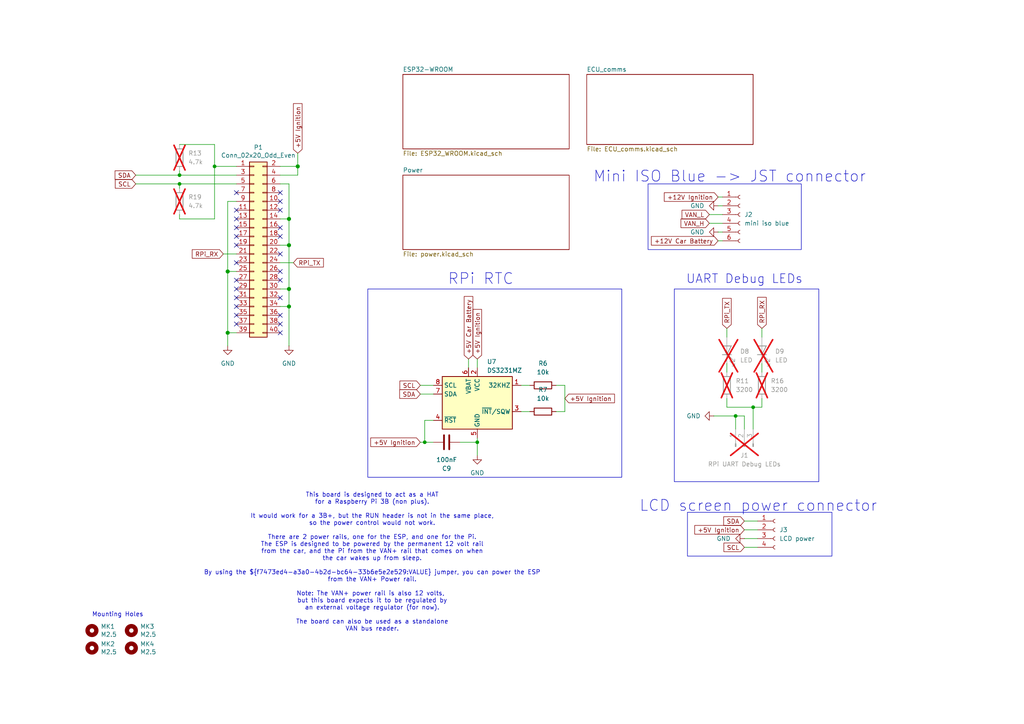
<source format=kicad_sch>
(kicad_sch (version 20250114) (generator "eeschema") (generator_version "9.0")
  (paper "A4")
  (lib_symbols
    (symbol "Connector:Conn_01x03_Pin" (pin_names (offset 1.016) (hide yes))
      (property "Reference" "J" (at 0 5.08 0))
      (property "Value" "Conn_01x03_Pin" (at 0 -5.08 0))
      (symbol "Conn_01x03_Pin_1_1"
        (rectangle (start 0.8636 2.667) (end 0 2.413) (stroke (width 0.1524)) (fill (type outline)))
        (rectangle (start 0.8636 0.127) (end 0 -0.127) (stroke (width 0.1524)) (fill (type outline)))
        (rectangle (start 0.8636 -2.413) (end 0 -2.667) (stroke (width 0.1524)) (fill (type outline)))
        (polyline (pts (xy 1.27 2.54) (xy 0.8636 2.54)) (stroke (width 0.1524)))
        (polyline (pts (xy 1.27 0) (xy 0.8636 0)) (stroke (width 0.1524)))
        (polyline (pts (xy 1.27 -2.54) (xy 0.8636 -2.54)) (stroke (width 0.1524)))
        (pin passive line (at 5.08 2.54 180) (length 3.81) (name "Pin_1") (number "1"))
        (pin passive line (at 5.08 0 180) (length 3.81) (name "Pin_2") (number "2"))
        (pin passive line (at 5.08 -2.54 180) (length 3.81) (name "Pin_3") (number "3"))
      )
    )
    (symbol "Connector:Conn_01x04_Socket" (pin_names (offset 1.016) (hide yes))
      (property "Reference" "J" (at 0 5.08 0))
      (property "Value" "Conn_01x04_Socket" (at 0 -7.62 0))
      (symbol "Conn_01x04_Socket_1_1"
        (polyline (pts (xy -1.27 2.54) (xy -0.508 2.54)) (stroke (width 0.1524)))
        (polyline (pts (xy -1.27 0) (xy -0.508 0)) (stroke (width 0.1524)))
        (polyline (pts (xy -1.27 -2.54) (xy -0.508 -2.54)) (stroke (width 0.1524)))
        (polyline (pts (xy -1.27 -5.08) (xy -0.508 -5.08)) (stroke (width 0.1524)))
        (arc (start 0 2.032) (mid -0.5058 2.54) (end 0 3.048) (stroke (width 0.1524)))
        (arc (start 0 -0.508) (mid -0.5058 0) (end 0 0.508) (stroke (width 0.1524)))
        (arc (start 0 -3.048) (mid -0.5058 -2.54) (end 0 -2.032) (stroke (width 0.1524)))
        (arc (start 0 -5.588) (mid -0.5058 -5.08) (end 0 -4.572) (stroke (width 0.1524)))
        (pin passive line (at -5.08 2.54 0) (length 3.81) (name "Pin_1") (number "1"))
        (pin passive line (at -5.08 0 0) (length 3.81) (name "Pin_2") (number "2"))
        (pin passive line (at -5.08 -2.54 0) (length 3.81) (name "Pin_3") (number "3"))
        (pin passive line (at -5.08 -5.08 0) (length 3.81) (name "Pin_4") (number "4"))
      )
    )
    (symbol "Connector:Conn_01x06_Socket" (pin_names (offset 1.016) (hide yes))
      (property "Reference" "J" (at 0 7.62 0))
      (property "Value" "Conn_01x06_Socket" (at 0 -10.16 0))
      (symbol "Conn_01x06_Socket_1_1"
        (polyline (pts (xy -1.27 5.08) (xy -0.508 5.08)) (stroke (width 0.1524)))
        (polyline (pts (xy -1.27 2.54) (xy -0.508 2.54)) (stroke (width 0.1524)))
        (polyline (pts (xy -1.27 0) (xy -0.508 0)) (stroke (width 0.1524)))
        (polyline (pts (xy -1.27 -2.54) (xy -0.508 -2.54)) (stroke (width 0.1524)))
        (polyline (pts (xy -1.27 -5.08) (xy -0.508 -5.08)) (stroke (width 0.1524)))
        (polyline (pts (xy -1.27 -7.62) (xy -0.508 -7.62)) (stroke (width 0.1524)))
        (arc (start 0 4.572) (mid -0.5058 5.08) (end 0 5.588) (stroke (width 0.1524)))
        (arc (start 0 2.032) (mid -0.5058 2.54) (end 0 3.048) (stroke (width 0.1524)))
        (arc (start 0 -0.508) (mid -0.5058 0) (end 0 0.508) (stroke (width 0.1524)))
        (arc (start 0 -3.048) (mid -0.5058 -2.54) (end 0 -2.032) (stroke (width 0.1524)))
        (arc (start 0 -5.588) (mid -0.5058 -5.08) (end 0 -4.572) (stroke (width 0.1524)))
        (arc (start 0 -8.128) (mid -0.5058 -7.62) (end 0 -7.112) (stroke (width 0.1524)))
        (pin passive line (at -5.08 5.08 0) (length 3.81) (name "Pin_1") (number "1"))
        (pin passive line (at -5.08 2.54 0) (length 3.81) (name "Pin_2") (number "2"))
        (pin passive line (at -5.08 0 0) (length 3.81) (name "Pin_3") (number "3"))
        (pin passive line (at -5.08 -2.54 0) (length 3.81) (name "Pin_4") (number "4"))
        (pin passive line (at -5.08 -5.08 0) (length 3.81) (name "Pin_5") (number "5"))
        (pin passive line (at -5.08 -7.62 0) (length 3.81) (name "Pin_6") (number "6"))
      )
    )
    (symbol "Connector_Generic:Conn_02x20_Odd_Even" (pin_names (offset 1.016) (hide yes))
      (property "Reference" "J" (at 1.27 25.4 0))
      (property "Value" "Conn_02x20_Odd_Even" (at 1.27 -27.94 0))
      (symbol "Conn_02x20_Odd_Even_1_1"
        (rectangle (start -1.27 24.13) (end 3.81 -26.67) (stroke (width 0.254)) (fill (type background)))
        (rectangle (start -1.27 22.987) (end 0 22.733) (stroke (width 0.1524)))
        (rectangle (start -1.27 20.447) (end 0 20.193) (stroke (width 0.1524)))
        (rectangle (start -1.27 17.907) (end 0 17.653) (stroke (width 0.1524)))
        (rectangle (start -1.27 15.367) (end 0 15.113) (stroke (width 0.1524)))
        (rectangle (start -1.27 12.827) (end 0 12.573) (stroke (width 0.1524)))
        (rectangle (start -1.27 10.287) (end 0 10.033) (stroke (width 0.1524)))
        (rectangle (start -1.27 7.747) (end 0 7.493) (stroke (width 0.1524)))
        (rectangle (start -1.27 5.207) (end 0 4.953) (stroke (width 0.1524)))
        (rectangle (start -1.27 2.667) (end 0 2.413) (stroke (width 0.1524)))
        (rectangle (start -1.27 0.127) (end 0 -0.127) (stroke (width 0.1524)))
        (rectangle (start -1.27 -2.413) (end 0 -2.667) (stroke (width 0.1524)))
        (rectangle (start -1.27 -4.953) (end 0 -5.207) (stroke (width 0.1524)))
        (rectangle (start -1.27 -7.493) (end 0 -7.747) (stroke (width 0.1524)))
        (rectangle (start -1.27 -10.033) (end 0 -10.287) (stroke (width 0.1524)))
        (rectangle (start -1.27 -12.573) (end 0 -12.827) (stroke (width 0.1524)))
        (rectangle (start -1.27 -15.113) (end 0 -15.367) (stroke (width 0.1524)))
        (rectangle (start -1.27 -17.653) (end 0 -17.907) (stroke (width 0.1524)))
        (rectangle (start -1.27 -20.193) (end 0 -20.447) (stroke (width 0.1524)))
        (rectangle (start -1.27 -22.733) (end 0 -22.987) (stroke (width 0.1524)))
        (rectangle (start -1.27 -25.273) (end 0 -25.527) (stroke (width 0.1524)))
        (rectangle (start 3.81 22.987) (end 2.54 22.733) (stroke (width 0.1524)))
        (rectangle (start 3.81 20.447) (end 2.54 20.193) (stroke (width 0.1524)))
        (rectangle (start 3.81 17.907) (end 2.54 17.653) (stroke (width 0.1524)))
        (rectangle (start 3.81 15.367) (end 2.54 15.113) (stroke (width 0.1524)))
        (rectangle (start 3.81 12.827) (end 2.54 12.573) (stroke (width 0.1524)))
        (rectangle (start 3.81 10.287) (end 2.54 10.033) (stroke (width 0.1524)))
        (rectangle (start 3.81 7.747) (end 2.54 7.493) (stroke (width 0.1524)))
        (rectangle (start 3.81 5.207) (end 2.54 4.953) (stroke (width 0.1524)))
        (rectangle (start 3.81 2.667) (end 2.54 2.413) (stroke (width 0.1524)))
        (rectangle (start 3.81 0.127) (end 2.54 -0.127) (stroke (width 0.1524)))
        (rectangle (start 3.81 -2.413) (end 2.54 -2.667) (stroke (width 0.1524)))
        (rectangle (start 3.81 -4.953) (end 2.54 -5.207) (stroke (width 0.1524)))
        (rectangle (start 3.81 -7.493) (end 2.54 -7.747) (stroke (width 0.1524)))
        (rectangle (start 3.81 -10.033) (end 2.54 -10.287) (stroke (width 0.1524)))
        (rectangle (start 3.81 -12.573) (end 2.54 -12.827) (stroke (width 0.1524)))
        (rectangle (start 3.81 -15.113) (end 2.54 -15.367) (stroke (width 0.1524)))
        (rectangle (start 3.81 -17.653) (end 2.54 -17.907) (stroke (width 0.1524)))
        (rectangle (start 3.81 -20.193) (end 2.54 -20.447) (stroke (width 0.1524)))
        (rectangle (start 3.81 -22.733) (end 2.54 -22.987) (stroke (width 0.1524)))
        (rectangle (start 3.81 -25.273) (end 2.54 -25.527) (stroke (width 0.1524)))
        (pin passive line (at -5.08 22.86 0) (length 3.81) (name "Pin_1") (number "1"))
        (pin passive line (at -5.08 20.32 0) (length 3.81) (name "Pin_3") (number "3"))
        (pin passive line (at -5.08 17.78 0) (length 3.81) (name "Pin_5") (number "5"))
        (pin passive line (at -5.08 15.24 0) (length 3.81) (name "Pin_7") (number "7"))
        (pin passive line (at -5.08 12.7 0) (length 3.81) (name "Pin_9") (number "9"))
        (pin passive line (at -5.08 10.16 0) (length 3.81) (name "Pin_11") (number "11"))
        (pin passive line (at -5.08 7.62 0) (length 3.81) (name "Pin_13") (number "13"))
        (pin passive line (at -5.08 5.08 0) (length 3.81) (name "Pin_15") (number "15"))
        (pin passive line (at -5.08 2.54 0) (length 3.81) (name "Pin_17") (number "17"))
        (pin passive line (at -5.08 0 0) (length 3.81) (name "Pin_19") (number "19"))
        (pin passive line (at -5.08 -2.54 0) (length 3.81) (name "Pin_21") (number "21"))
        (pin passive line (at -5.08 -5.08 0) (length 3.81) (name "Pin_23") (number "23"))
        (pin passive line (at -5.08 -7.62 0) (length 3.81) (name "Pin_25") (number "25"))
        (pin passive line (at -5.08 -10.16 0) (length 3.81) (name "Pin_27") (number "27"))
        (pin passive line (at -5.08 -12.7 0) (length 3.81) (name "Pin_29") (number "29"))
        (pin passive line (at -5.08 -15.24 0) (length 3.81) (name "Pin_31") (number "31"))
        (pin passive line (at -5.08 -17.78 0) (length 3.81) (name "Pin_33") (number "33"))
        (pin passive line (at -5.08 -20.32 0) (length 3.81) (name "Pin_35") (number "35"))
        (pin passive line (at -5.08 -22.86 0) (length 3.81) (name "Pin_37") (number "37"))
        (pin passive line (at -5.08 -25.4 0) (length 3.81) (name "Pin_39") (number "39"))
        (pin passive line (at 7.62 22.86 180) (length 3.81) (name "Pin_2") (number "2"))
        (pin passive line (at 7.62 20.32 180) (length 3.81) (name "Pin_4") (number "4"))
        (pin passive line (at 7.62 17.78 180) (length 3.81) (name "Pin_6") (number "6"))
        (pin passive line (at 7.62 15.24 180) (length 3.81) (name "Pin_8") (number "8"))
        (pin passive line (at 7.62 12.7 180) (length 3.81) (name "Pin_10") (number "10"))
        (pin passive line (at 7.62 10.16 180) (length 3.81) (name "Pin_12") (number "12"))
        (pin passive line (at 7.62 7.62 180) (length 3.81) (name "Pin_14") (number "14"))
        (pin passive line (at 7.62 5.08 180) (length 3.81) (name "Pin_16") (number "16"))
        (pin passive line (at 7.62 2.54 180) (length 3.81) (name "Pin_18") (number "18"))
        (pin passive line (at 7.62 0 180) (length 3.81) (name "Pin_20") (number "20"))
        (pin passive line (at 7.62 -2.54 180) (length 3.81) (name "Pin_22") (number "22"))
        (pin passive line (at 7.62 -5.08 180) (length 3.81) (name "Pin_24") (number "24"))
        (pin passive line (at 7.62 -7.62 180) (length 3.81) (name "Pin_26") (number "26"))
        (pin passive line (at 7.62 -10.16 180) (length 3.81) (name "Pin_28") (number "28"))
        (pin passive line (at 7.62 -12.7 180) (length 3.81) (name "Pin_30") (number "30"))
        (pin passive line (at 7.62 -15.24 180) (length 3.81) (name "Pin_32") (number "32"))
        (pin passive line (at 7.62 -17.78 180) (length 3.81) (name "Pin_34") (number "34"))
        (pin passive line (at 7.62 -20.32 180) (length 3.81) (name "Pin_36") (number "36"))
        (pin passive line (at 7.62 -22.86 180) (length 3.81) (name "Pin_38") (number "38"))
        (pin passive line (at 7.62 -25.4 180) (length 3.81) (name "Pin_40") (number "40"))
      )
    )
    (symbol "Device:C" (pin_numbers (hide yes)) (pin_names (offset 0.254))
      (property "Reference" "C" (at 0.635 2.54 0))
      (property "Value" "C" (at 0.635 -2.54 0))
      (symbol "C_0_1"
        (polyline (pts (xy -2.032 0.762) (xy 2.032 0.762)) (stroke (width 0.508)))
        (polyline (pts (xy -2.032 -0.762) (xy 2.032 -0.762)) (stroke (width 0.508)))
      )
      (symbol "C_1_1"
        (pin passive line (at 0 3.81 270) (length 2.794) (name "~") (number "1"))
        (pin passive line (at 0 -3.81 90) (length 2.794) (name "~") (number "2"))
      )
    )
    (symbol "Device:LED" (pin_numbers (hide yes)) (pin_names (offset 1.016) (hide yes))
      (property "Reference" "D" (at 0 2.54 0))
      (property "Value" "LED" (at 0 -2.54 0))
      (symbol "LED_0_1"
        (polyline (pts (xy -3.048 -0.762) (xy -4.572 -2.286) (xy -3.81 -2.286) (xy -4.572 -2.286) (xy -4.572 -1.524)))
        (polyline (pts (xy -1.778 -0.762) (xy -3.302 -2.286) (xy -2.54 -2.286) (xy -3.302 -2.286) (xy -3.302 -1.524)))
        (polyline (pts (xy -1.27 0) (xy 1.27 0)))
        (polyline (pts (xy -1.27 -1.27) (xy -1.27 1.27)) (stroke (width 0.254)))
        (polyline (pts (xy 1.27 -1.27) (xy 1.27 1.27) (xy -1.27 0) (xy 1.27 -1.27)) (stroke (width 0.254)))
      )
      (symbol "LED_1_1"
        (pin passive line (at -3.81 0 0) (length 2.54) (name "K") (number "1"))
        (pin passive line (at 3.81 0 180) (length 2.54) (name "A") (number "2"))
      )
    )
    (symbol "Device:R" (pin_numbers (hide yes)) (pin_names (offset 0))
      (property "Reference" "R" (at 2.032 0 90))
      (property "Value" "R" (at 0 0 90))
      (symbol "R_0_1"
        (rectangle (start -1.016 -2.54) (end 1.016 2.54) (stroke (width 0.254)))
      )
      (symbol "R_1_1"
        (pin passive line (at 0 3.81 270) (length 1.27) (name "~") (number "1"))
        (pin passive line (at 0 -3.81 90) (length 1.27) (name "~") (number "2"))
      )
    )
    (symbol "Mechanical:MountingHole" (pin_names (offset 1.016))
      (property "Reference" "H" (at 0 5.08 0))
      (property "Value" "MountingHole" (at 0 3.175 0))
      (symbol "MountingHole_0_1"
        (circle (center 0 0) (radius 1.27) (stroke (width 1.27)))
      )
    )
    (symbol "Timer_RTC:DS3231MZ"
      (property "Reference" "U" (at -7.62 8.89 0))
      (property "Value" "DS3231MZ" (at 11.43 8.89 0))
      (symbol "DS3231MZ_0_1"
        (rectangle (start -10.16 7.62) (end 10.16 -7.62) (stroke (width 0.254)) (fill (type background)))
      )
      (symbol "DS3231MZ_1_1"
        (pin input line (at -12.7 5.08 0) (length 2.54) (name "SCL") (number "8"))
        (pin bidirectional line (at -12.7 2.54 0) (length 2.54) (name "SDA") (number "7"))
        (pin bidirectional line (at -12.7 -5.08 0) (length 2.54) (name "~{RST}") (number "4"))
        (pin power_in line (at -2.54 10.16 270) (length 2.54) (name "VBAT") (number "6"))
        (pin power_in line (at 0 10.16 270) (length 2.54) (name "VCC") (number "2"))
        (pin power_in line (at 0 -10.16 90) (length 2.54) (name "GND") (number "5"))
        (pin open_collector line (at 12.7 5.08 180) (length 2.54) (name "32KHZ") (number "1"))
        (pin open_collector line (at 12.7 -2.54 180) (length 2.54) (name "~{INT}/SQW") (number "3"))
      )
    )
    (symbol "power:GND" (power) (pin_numbers (hide yes)) (pin_names (offset 0) (hide yes))
      (property "Value" "GND" (at 0 -3.81 0))
      (symbol "GND_0_1"
        (polyline (pts (xy 0 0) (xy 0 -1.27) (xy 1.27 -1.27) (xy 0 -2.54) (xy -1.27 -1.27) (xy 0 -1.27)))
      )
      (symbol "GND_1_1"
        (pin power_in line (at 0 0 270) (length 0) (name "~") (number "1"))
      )
    )
  )
  (rectangle (start 195.58 83.82) (end 237.49 139.7))
  (rectangle (start 106.68 83.82) (end 180.34 138.43))
  (rectangle (start 199.39 148.59) (end 241.3 161.29))
  (rectangle (start 187.96 53.34) (end 232.41 72.39))
  (text "UART Debug LEDs" (at 215.9 81.026 0) (effects (font (size 2.54 2.54))))
  (text "LCD screen power connector\n" (at 219.964 146.812 0) (effects (font (size 3.175 3.175))))
  (text "Mini ISO Blue -> JST connector " (at 212.852 51.308 0) (effects (font (size 3.175 3.175))))
  (text "Mounting Holes" (at 26.67 179.07 0) (effects (font (size 1.27 1.27)) (justify left bottom)))
  (text "RPi RTC\n" (at 139.446 81.026 0) (effects (font (size 3.175 3.175))))
  (text "This board is designed to act as a HAT\nfor a Raspberry Pi 3B (non plus).\n\nIt would work for a 3B+, but the RUN header is not in the same place,\nso the power control would not work.\n\nThere are 2 power rails, one for the ESP, and one for the Pi.\nThe ESP is designed to be powered by the permanent 12 volt rail\nfrom the car, and the Pi from the VAN+ rail that comes on when\nthe car wakes up from sleep.\n\nBy using the ${f7473ed4-a3a0-4b2d-bc64-33b6e5e2e529:VALUE} jumper, you can power the ESP\nfrom the VAN+ Power rail.\n\nNote: The VAN+ power rail is also 12 volts, \nbut this board expects it to be regulated by\nan external voltage regulator (for now).\n\nThe board can also be used as a standalone\nVAN bus reader." (at 107.95 163.068 0) (effects (font (size 1.27 1.27))))
  (junction (at 83.82 71.12) (diameter 1.016))
  (junction (at 86.36 48.26) (diameter 1.016))
  (junction (at 83.82 83.82) (diameter 1.016))
  (junction (at 52.07 50.8))
  (junction (at 66.04 96.52) (diameter 1.016))
  (junction (at 138.43 128.27))
  (junction (at 62.23 48.26))
  (junction (at 218.44 118.11))
  (junction (at 83.82 88.9) (diameter 1.016))
  (junction (at 83.82 63.5) (diameter 1.016))
  (junction (at 66.04 78.74) (diameter 1.016))
  (junction (at 52.07 53.34))
  (junction (at 213.36 120.65))
  (junction (at 123.19 128.27))
  (no_connect (at 68.58 60.96))
  (no_connect (at 68.58 71.12))
  (no_connect (at 68.58 91.44))
  (no_connect (at 68.58 81.28))
  (no_connect (at 81.28 68.58))
  (no_connect (at 81.28 66.04))
  (no_connect (at 81.28 73.66))
  (no_connect (at 68.58 63.5))
  (no_connect (at 68.58 88.9))
  (no_connect (at 81.28 81.28))
  (no_connect (at 81.28 58.42))
  (no_connect (at 68.58 66.04))
  (no_connect (at 68.58 93.98))
  (no_connect (at 81.28 86.36))
  (no_connect (at 81.28 93.98))
  (no_connect (at 68.58 86.36))
  (no_connect (at 81.28 91.44))
  (no_connect (at 81.28 78.74))
  (no_connect (at 68.58 76.2))
  (no_connect (at 68.58 68.58))
  (no_connect (at 81.28 60.96))
  (no_connect (at 68.58 55.88))
  (no_connect (at 81.28 96.52))
  (no_connect (at 68.58 83.82))
  (no_connect (at 81.28 55.88))
  (wire (pts (xy 133.35 128.27) (xy 138.43 128.27)))
  (wire (pts (xy 83.82 88.9) (xy 81.28 88.9)))
  (wire (pts (xy 81.28 76.2) (xy 85.09 76.2)))
  (wire (pts (xy 210.82 105.41) (xy 210.82 107.95)))
  (wire (pts (xy 208.28 67.31) (xy 209.55 67.31)))
  (wire (pts (xy 83.82 83.82) (xy 81.28 83.82)))
  (wire (pts (xy 83.82 53.34) (xy 81.28 53.34)))
  (wire (pts (xy 210.82 115.57) (xy 210.82 118.11)))
  (wire (pts (xy 163.83 119.38) (xy 161.29 119.38)))
  (wire (pts (xy 205.74 62.23) (xy 209.55 62.23)))
  (wire (pts (xy 153.67 119.38) (xy 151.13 119.38)))
  (wire (pts (xy 218.44 118.11) (xy 218.44 124.46)))
  (wire (pts (xy 83.82 71.12) (xy 81.28 71.12)))
  (wire (pts (xy 83.82 63.5) (xy 81.28 63.5)))
  (wire (pts (xy 66.04 96.52) (xy 66.04 100.33)))
  (wire (pts (xy 218.44 118.11) (xy 220.98 118.11)))
  (wire (pts (xy 215.9 158.75) (xy 219.71 158.75)))
  (wire (pts (xy 220.98 105.41) (xy 220.98 107.95)))
  (wire (pts (xy 66.04 58.42) (xy 66.04 78.74)))
  (wire (pts (xy 123.19 121.92) (xy 123.19 128.27)))
  (wire (pts (xy 208.28 59.69) (xy 209.55 59.69)))
  (wire (pts (xy 151.13 111.76) (xy 153.67 111.76)))
  (wire (pts (xy 52.07 49.53) (xy 52.07 50.8)))
  (wire (pts (xy 138.43 132.08) (xy 138.43 128.27)))
  (wire (pts (xy 135.89 104.14) (xy 135.89 106.68)))
  (wire (pts (xy 138.43 128.27) (xy 138.43 127)))
  (wire (pts (xy 52.07 53.34) (xy 52.07 54.61)))
  (wire (pts (xy 220.98 115.57) (xy 220.98 118.11)))
  (wire (pts (xy 64.77 73.66) (xy 68.58 73.66)))
  (wire (pts (xy 86.36 48.26) (xy 86.36 50.8)))
  (wire (pts (xy 138.43 104.14) (xy 138.43 106.68)))
  (wire (pts (xy 121.92 114.3) (xy 125.73 114.3)))
  (wire (pts (xy 215.9 153.67) (xy 219.71 153.67)))
  (wire (pts (xy 83.82 88.9) (xy 83.82 100.33)))
  (wire (pts (xy 52.07 63.5) (xy 62.23 63.5)))
  (wire (pts (xy 213.36 120.65) (xy 213.36 124.46)))
  (wire (pts (xy 52.07 62.23) (xy 52.07 63.5)))
  (wire (pts (xy 207.01 120.65) (xy 213.36 120.65)))
  (wire (pts (xy 66.04 78.74) (xy 66.04 96.52)))
  (wire (pts (xy 215.9 151.13) (xy 219.71 151.13)))
  (wire (pts (xy 210.82 95.25) (xy 210.82 97.79)))
  (wire (pts (xy 123.19 128.27) (xy 125.73 128.27)))
  (wire (pts (xy 66.04 96.52) (xy 68.58 96.52)))
  (wire (pts (xy 66.04 58.42) (xy 68.58 58.42)))
  (wire (pts (xy 52.07 41.91) (xy 62.23 41.91)))
  (wire (pts (xy 210.82 118.11) (xy 218.44 118.11)))
  (wire (pts (xy 52.07 53.34) (xy 68.58 53.34)))
  (wire (pts (xy 83.82 53.34) (xy 83.82 63.5)))
  (wire (pts (xy 86.36 44.45) (xy 86.36 48.26)))
  (wire (pts (xy 213.36 120.65) (xy 215.9 120.65)))
  (wire (pts (xy 86.36 50.8) (xy 81.28 50.8)))
  (wire (pts (xy 83.82 71.12) (xy 83.82 83.82)))
  (wire (pts (xy 39.37 53.34) (xy 52.07 53.34)))
  (wire (pts (xy 215.9 120.65) (xy 215.9 124.46)))
  (wire (pts (xy 62.23 41.91) (xy 62.23 48.26)))
  (wire (pts (xy 121.92 128.27) (xy 123.19 128.27)))
  (wire (pts (xy 208.28 57.15) (xy 209.55 57.15)))
  (wire (pts (xy 161.29 111.76) (xy 163.83 111.76)))
  (wire (pts (xy 62.23 48.26) (xy 68.58 48.26)))
  (wire (pts (xy 86.36 48.26) (xy 81.28 48.26)))
  (wire (pts (xy 208.28 69.85) (xy 209.55 69.85)))
  (wire (pts (xy 163.83 111.76) (xy 163.83 119.38)))
  (wire (pts (xy 205.74 64.77) (xy 209.55 64.77)))
  (wire (pts (xy 121.92 111.76) (xy 125.73 111.76)))
  (wire (pts (xy 68.58 50.8) (xy 52.07 50.8)))
  (wire (pts (xy 83.82 83.82) (xy 83.82 88.9)))
  (wire (pts (xy 66.04 78.74) (xy 68.58 78.74)))
  (wire (pts (xy 83.82 63.5) (xy 83.82 71.12)))
  (wire (pts (xy 215.9 156.21) (xy 219.71 156.21)))
  (wire (pts (xy 125.73 121.92) (xy 123.19 121.92)))
  (wire (pts (xy 52.07 50.8) (xy 39.37 50.8)))
  (wire (pts (xy 220.98 95.25) (xy 220.98 97.79)))
  (wire (pts (xy 62.23 48.26) (xy 62.23 63.5)))
  (global_label "+5V Ignition" (shape input) (at 121.92 128.27 180) (property "Intersheetrefs" "${INTERSHEET_REFS}" (effects (hide yes))))
  (global_label "SDA" (shape input) (at 121.92 114.3 180) (property "Intersheetrefs" "${INTERSHEET_REFS}" (effects (hide yes))))
  (global_label "SCL" (shape input) (at 121.92 111.76 180) (property "Intersheetrefs" "${INTERSHEET_REFS}" (effects (hide yes))))
  (global_label "+12V Ignition" (shape input) (at 208.28 57.15 180) (property "Intersheetrefs" "${INTERSHEET_REFS}" (effects (hide yes))))
  (global_label "SCL" (shape input) (at 215.9 158.75 180) (property "Intersheetrefs" "${INTERSHEET_REFS}" (effects (hide yes))))
  (global_label "+5V Ignition" (shape input) (at 215.9 153.67 180) (property "Intersheetrefs" "${INTERSHEET_REFS}" (effects (hide yes))))
  (global_label "+5V Car Battery" (shape input) (at 135.89 104.14 90) (property "Intersheetrefs" "${INTERSHEET_REFS}" (effects (hide yes))))
  (global_label "RPi_RX" (shape input) (at 64.77 73.66 180) (property "Intersheetrefs" "${INTERSHEET_REFS}" (effects (hide yes))))
  (global_label "SDA" (shape input) (at 215.9 151.13 180) (property "Intersheetrefs" "${INTERSHEET_REFS}" (effects (hide yes))))
  (global_label "RPi_TX" (shape input) (at 210.82 95.25 90) (property "Intersheetrefs" "${INTERSHEET_REFS}" (effects (hide yes))))
  (global_label "VAN_L" (shape input) (at 205.74 62.23 180) (property "Intersheetrefs" "${INTERSHEET_REFS}" (effects (hide yes))))
  (global_label "SDA" (shape input) (at 39.37 50.8 180) (property "Intersheetrefs" "${INTERSHEET_REFS}" (effects (hide yes))))
  (global_label "+12V Car Battery" (shape input) (at 208.28 69.85 180) (property "Intersheetrefs" "${INTERSHEET_REFS}" (effects (hide yes))))
  (global_label "SCL" (shape input) (at 39.37 53.34 180) (property "Intersheetrefs" "${INTERSHEET_REFS}" (effects (hide yes))))
  (global_label "+5V Ignition" (shape input) (at 138.43 104.14 90) (property "Intersheetrefs" "${INTERSHEET_REFS}" (effects (hide yes))))
  (global_label "+5V Ignition" (shape input) (at 86.36 44.45 90) (property "Intersheetrefs" "${INTERSHEET_REFS}" (effects (hide yes))))
  (global_label "RPi_TX" (shape input) (at 85.09 76.2 0) (property "Intersheetrefs" "${INTERSHEET_REFS}" (effects (hide yes))))
  (global_label "RPi_RX" (shape input) (at 220.98 95.25 90) (property "Intersheetrefs" "${INTERSHEET_REFS}" (effects (hide yes))))
  (global_label "VAN_H" (shape input) (at 205.74 64.77 180) (property "Intersheetrefs" "${INTERSHEET_REFS}" (effects (hide yes))))
  (global_label "+5V Ignition" (shape input) (at 163.83 115.57 0) (property "Intersheetrefs" "${INTERSHEET_REFS}" (effects (hide yes))))
  (symbol (lib_id "Mechanical:MountingHole") (at 26.67 182.88 0) (unit 1)
    (property "Reference" "MK1" (at 29.21 181.7116 0) (effects (justify left)))
    (property "Value" "M2.5" (at 29.21 184.023 0) (effects (justify left)))
    (property "Footprint" "MountingHole:MountingHole_2.7mm_M2.5" (effects (hide yes)))
  )
  (symbol (lib_id "Mechanical:MountingHole") (at 38.1 182.88 0) (unit 1)
    (property "Reference" "MK3" (at 40.64 181.7116 0) (effects (justify left)))
    (property "Value" "M2.5" (at 40.64 184.023 0) (effects (justify left)))
    (property "Footprint" "MountingHole:MountingHole_2.7mm_M2.5" (effects (hide yes)))
  )
  (symbol (lib_id "Mechanical:MountingHole") (at 26.67 187.96 0) (unit 1)
    (property "Reference" "MK2" (at 29.21 186.7916 0) (effects (justify left)))
    (property "Value" "M2.5" (at 29.21 189.103 0) (effects (justify left)))
    (property "Footprint" "MountingHole:MountingHole_2.7mm_M2.5" (effects (hide yes)))
  )
  (symbol (lib_id "Mechanical:MountingHole") (at 38.1 187.96 0) (unit 1)
    (property "Reference" "MK4" (at 40.64 186.7916 0) (effects (justify left)))
    (property "Value" "M2.5" (at 40.64 189.103 0) (effects (justify left)))
    (property "Footprint" "MountingHole:MountingHole_2.7mm_M2.5" (effects (hide yes)))
  )
  (symbol (lib_id "Connector_Generic:Conn_02x20_Odd_Even") (at 73.66 71.12 0) (unit 1)
    (property "Reference" "P1" (at 74.93 42.7482 0))
    (property "Value" "Conn_02x20_Odd_Even" (at 74.93 45.0596 0))
    (property "Footprint" "Connector_PinSocket_2.54mm:PinSocket_2x20_P2.54mm_Vertical" (effects (hide yes)))
    (property "Sim.Library" "./" (effects (hide yes)))
  )
  (symbol (lib_id "Device:C") (at 129.54 128.27 270) (unit 1)
    (property "Reference" "C9" (at 129.54 135.89 90))
    (property "Value" "100nF" (at 129.54 133.35 90))
    (property "Footprint" "Resistor_SMD:R_0805_2012Metric" (effects (hide yes)))
    (property "Description" "Unpolarized capacitor" (effects (hide yes)))
  )
  (symbol (lib_id "power:GND") (at 208.28 59.69 270) (unit 1)
    (property "Reference" "#PWR031" (effects (hide yes)))
    (property "Value" "GND" (at 204.2951 59.6899 90) (effects (justify right)))
    (property "Description" "Power symbol creates a global label with name \"GND\" , ground" (effects (hide yes)))
  )
  (symbol (lib_id "Connector:Conn_01x04_Socket") (at 224.79 153.67 0) (unit 1)
    (property "Reference" "J3" (at 226.06 153.6699 0) (effects (justify left)))
    (property "Value" "LCD power" (at 226.06 156.2099 0) (effects (justify left)))
    (property "Footprint" "Connector_JST:JST_GH_SM04B-GHS-TB_1x04-1MP_P1.25mm_Horizontal" (effects (hide yes)))
    (property "Description" "Generic connector, single row, 01x04, script generated" (effects (hide yes)))
  )
  (symbol (lib_id "Timer_RTC:DS3231MZ") (at 138.43 116.84 0) (unit 1)
    (property "Reference" "U7" (at 141.224 104.902 0) (effects (justify left)))
    (property "Value" "DS3231MZ" (at 141.224 107.442 0) (effects (justify left)))
    (property "Footprint" "Package_SO:SOIC-8_3.9x4.9mm_P1.27mm" (effects (hide yes)))
    (property "Datasheet" "http://datasheets.maximintegrated.com/en/ds/DS3231M.pdf" (effects (hide yes)))
    (property "Description" "±5ppm, I2C Real-Time Clock SOIC-8" (effects (hide yes)))
  )
  (symbol (lib_id "Device:R") (at 52.07 58.42 0) (unit 1) (dnp yes)
    (property "Reference" "R19" (at 54.61 57.1499 0) (effects (justify left)))
    (property "Value" "4.7k" (at 54.61 59.6899 0) (effects (justify left)))
    (property "Footprint" "Resistor_SMD:R_0402_1005Metric_Pad0.72x0.64mm_HandSolder" (effects (hide yes)))
    (property "Description" "Resistor" (effects (hide yes)))
  )
  (symbol (lib_id "Device:R") (at 210.82 111.76 0) (unit 1) (dnp yes)
    (property "Reference" "R11" (at 213.36 110.4899 0) (effects (justify left)))
    (property "Value" "3200" (at 213.36 113.0299 0) (effects (justify left)))
    (property "Footprint" "Resistor_SMD:R_0805_2012Metric" (effects (hide yes)))
    (property "Description" "Resistor" (effects (hide yes)))
  )
  (symbol (lib_id "Device:R") (at 220.98 111.76 0) (unit 1) (dnp yes)
    (property "Reference" "R16" (at 223.52 110.4899 0) (effects (justify left)))
    (property "Value" "3200" (at 223.52 113.0299 0) (effects (justify left)))
    (property "Footprint" "Resistor_SMD:R_0805_2012Metric" (effects (hide yes)))
    (property "Description" "Resistor" (effects (hide yes)))
  )
  (symbol (lib_id "power:GND") (at 208.28 67.31 270) (unit 1)
    (property "Reference" "#PWR035" (effects (hide yes)))
    (property "Value" "GND" (at 204.2951 67.3099 90) (effects (justify right)))
    (property "Description" "Power symbol creates a global label with name \"GND\" , ground" (effects (hide yes)))
  )
  (symbol (lib_id "Device:R") (at 157.48 111.76 90) (unit 1)
    (property "Reference" "R6" (at 157.48 105.41 90))
    (property "Value" "10k" (at 157.48 107.95 90))
    (property "Footprint" "Resistor_SMD:R_0805_2012Metric" (effects (hide yes)))
    (property "Description" "Resistor" (effects (hide yes)))
  )
  (symbol (lib_id "power:GND") (at 215.9 156.21 270) (unit 1)
    (property "Reference" "#PWR030" (effects (hide yes)))
    (property "Value" "GND" (at 211.9151 156.2099 90) (effects (justify right)))
    (property "Description" "Power symbol creates a global label with name \"GND\" , ground" (effects (hide yes)))
  )
  (symbol (lib_id "Connector:Conn_01x03_Pin") (at 215.9 129.54 90) (unit 1) (dnp yes)
    (property "Reference" "J1" (at 215.9 132.08 90))
    (property "Value" "RPi UART Debug LEDs" (at 215.9 134.62 90))
    (property "Footprint" "Connector_PinHeader_2.54mm:PinHeader_1x03_P2.54mm_Vertical" (effects (hide yes)))
    (property "Description" "Generic connector, single row, 01x03, script generated" (effects (hide yes)))
  )
  (symbol (lib_id "Connector:Conn_01x06_Socket") (at 214.63 62.23 0) (unit 1)
    (property "Reference" "J2" (at 215.9 62.2299 0) (effects (justify left)))
    (property "Value" "mini iso blue" (at 215.9 64.7699 0) (effects (justify left)))
    (property "Footprint" "Connector_JST:JST_GH_SM06B-GHS-TB_1x06-1MP_P1.25mm_Horizontal" (effects (hide yes)))
    (property "Description" "Generic connector, single row, 01x06, script generated" (effects (hide yes)))
  )
  (symbol (lib_id "power:GND") (at 66.04 100.33 0) (unit 1)
    (property "Reference" "#PWR02" (effects (hide yes)))
    (property "Value" "GND" (at 66.04 105.41 0))
    (property "Description" "Power symbol creates a global label with name \"GND\" , ground" (effects (hide yes)))
  )
  (symbol (lib_id "Device:LED") (at 220.98 101.6 90) (unit 1) (dnp yes)
    (property "Reference" "D9" (at 224.79 101.9174 90) (effects (justify right)))
    (property "Value" "LED" (at 224.79 104.4574 90) (effects (justify right)))
    (property "Footprint" "LED_SMD:LED_0402_1005Metric" (effects (hide yes)))
    (property "Description" "Light emitting diode" (effects (hide yes)))
    (property "Sim.Pins" "1=K 2=A" (effects (hide yes)))
  )
  (symbol (lib_id "Device:R") (at 52.07 45.72 0) (unit 1) (dnp yes)
    (property "Reference" "R13" (at 54.61 44.4499 0) (effects (justify left)))
    (property "Value" "4.7k" (at 54.61 46.9899 0) (effects (justify left)))
    (property "Footprint" "Resistor_SMD:R_0402_1005Metric_Pad0.72x0.64mm_HandSolder" (effects (hide yes)))
    (property "Description" "Resistor" (effects (hide yes)))
  )
  (symbol (lib_id "power:GND") (at 83.82 100.33 0) (unit 1)
    (property "Reference" "#PWR04" (effects (hide yes)))
    (property "Value" "GND" (at 83.82 105.41 0))
    (property "Description" "Power symbol creates a global label with name \"GND\" , ground" (effects (hide yes)))
  )
  (symbol (lib_id "power:GND") (at 207.01 120.65 270) (unit 1)
    (property "Reference" "#PWR043" (effects (hide yes)))
    (property "Value" "GND" (at 203.2 120.6499 90) (effects (justify right)))
    (property "Description" "Power symbol creates a global label with name \"GND\" , ground" (effects (hide yes)))
  )
  (symbol (lib_id "power:GND") (at 138.43 132.08 0) (unit 1)
    (property "Reference" "#PWR05" (effects (hide yes)))
    (property "Value" "GND" (at 138.43 137.16 0))
    (property "Description" "Power symbol creates a global label with name \"GND\" , ground" (effects (hide yes)))
  )
  (symbol (lib_id "Device:LED") (at 210.82 101.6 90) (unit 1) (dnp yes)
    (property "Reference" "D8" (at 214.63 101.9174 90) (effects (justify right)))
    (property "Value" "LED" (at 214.63 104.4574 90) (effects (justify right)))
    (property "Footprint" "LED_SMD:LED_0402_1005Metric" (effects (hide yes)))
    (property "Description" "Light emitting diode" (effects (hide yes)))
    (property "Sim.Pins" "1=K 2=A" (effects (hide yes)))
  )
  (symbol (lib_id "Device:R") (at 157.48 119.38 90) (unit 1)
    (property "Reference" "R7" (at 157.48 113.03 90))
    (property "Value" "10k" (at 157.48 115.57 90))
    (property "Footprint" "Resistor_SMD:R_0805_2012Metric" (effects (hide yes)))
    (property "Description" "Resistor" (effects (hide yes)))
  )
  (sheet (at 170.18 21.59) (size 48.26 20.32) (stroke (width 0.1524))
    (property "Sheetname" "ECU_comms" (at 170.18 20.8784 0) (effects (justify left bottom)))
    (property "Sheetfile" "ECU_comms.kicad_sch" (at 170.18 42.4946 0) (effects (justify left top)))
  )
  (sheet (at 116.84 21.59) (size 48.26 21.59) (stroke (width 0.1524))
    (property "Sheetname" "ESP32-WROOM" (at 116.84 20.8784 0) (effects (justify left bottom)))
    (property "Sheetfile" "ESP32_WROOM.kicad_sch" (at 116.84 43.7646 0) (effects (justify left top)))
  )
  (sheet (at 116.84 50.8) (size 48.26 21.59) (stroke (width 0.1524))
    (property "Sheetname" "Power" (at 116.84 50.0884 0) (effects (justify left bottom)))
    (property "Sheetfile" "power.kicad_sch" (at 116.84 72.9746 0) (effects (justify left top)))
  )
)
</source>
